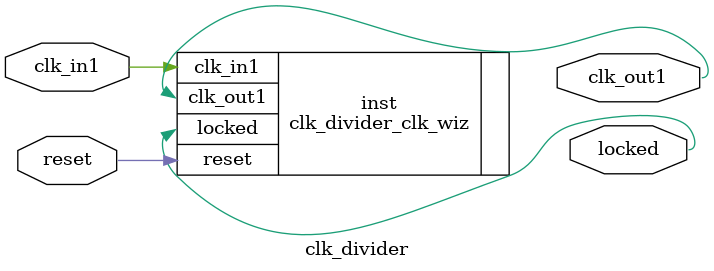
<source format=v>


`timescale 1ps/1ps

(* CORE_GENERATION_INFO = "clk_divider,clk_wiz_v5_3_1,{component_name=clk_divider,use_phase_alignment=true,use_min_o_jitter=false,use_max_i_jitter=false,use_dyn_phase_shift=false,use_inclk_switchover=false,use_dyn_reconfig=false,enable_axi=0,feedback_source=FDBK_AUTO,PRIMITIVE=MMCM,num_out_clk=1,clkin1_period=10.0,clkin2_period=10.0,use_power_down=false,use_reset=true,use_locked=true,use_inclk_stopped=false,feedback_type=SINGLE,CLOCK_MGR_TYPE=NA,manual_override=false}" *)

module clk_divider 
 (
 // Clock in ports
  input         clk_in1,
  // Clock out ports
  output        clk_out1,
  // Status and control signals
  input         reset,
  output        locked
 );

  clk_divider_clk_wiz inst
  (
 // Clock in ports
  .clk_in1(clk_in1),
  // Clock out ports  
  .clk_out1(clk_out1),
  // Status and control signals               
  .reset(reset), 
  .locked(locked)            
  );

endmodule

</source>
